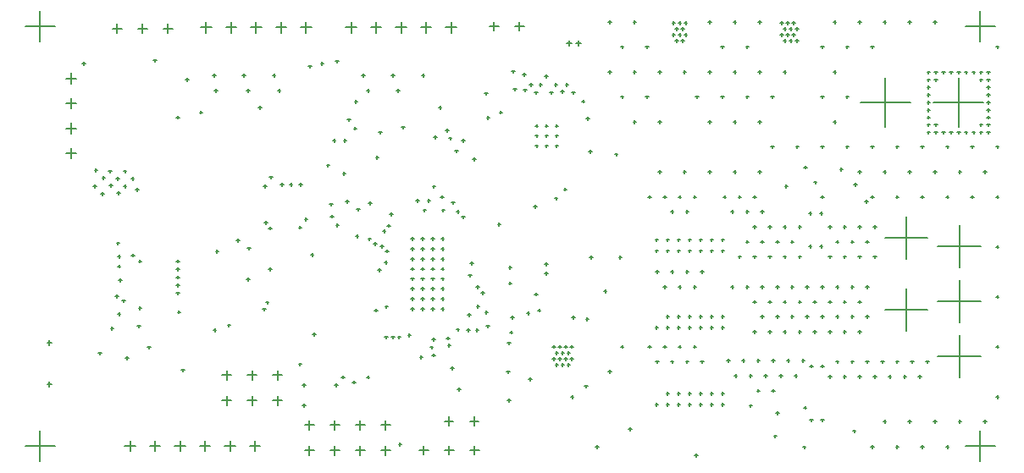
<source format=gbr>
%TF.GenerationSoftware,Altium Limited,Altium Designer,23.3.1 (30)*%
G04 Layer_Color=128*
%FSLAX45Y45*%
%MOMM*%
%TF.SameCoordinates,CD13F5F2-8DFB-4D4D-A102-87722C93DE69*%
%TF.FilePolarity,Positive*%
%TF.FileFunction,Drillmap*%
%TF.Part,Single*%
G01*
G75*
%TA.AperFunction,NonConductor*%
%ADD145C,0.12700*%
D145*
X9234020Y3740000D02*
X9729020D01*
X9481520Y3492500D02*
Y3987500D01*
X8502500Y3740000D02*
X8997500D01*
X8750000Y3492500D02*
Y3987500D01*
X3709000Y510000D02*
X3799000D01*
X3754000Y465000D02*
Y555000D01*
X2947000Y256000D02*
X3037000D01*
X2992000Y211000D02*
Y301000D01*
X3709000Y256000D02*
X3799000D01*
X3754000Y211000D02*
Y301000D01*
X3455000Y510000D02*
X3545000D01*
X3500000Y465000D02*
Y555000D01*
X3455000Y256000D02*
X3545000D01*
X3500000Y211000D02*
Y301000D01*
X3201000Y510000D02*
X3291000D01*
X3246000Y465000D02*
Y555000D01*
X3201000Y256000D02*
X3291000D01*
X3246000Y211000D02*
Y301000D01*
X2947000Y510000D02*
X3037000D01*
X2992000Y465000D02*
Y555000D01*
X2121000Y756000D02*
X2211000D01*
X2166000Y711000D02*
Y801000D01*
X2375000Y756000D02*
X2465000D01*
X2420000Y711000D02*
Y801000D01*
X2375000Y1010000D02*
X2465000D01*
X2420000Y965000D02*
Y1055000D01*
X2629000Y756000D02*
X2719000D01*
X2674000Y711000D02*
Y801000D01*
X2629000Y1010000D02*
X2719000D01*
X2674000Y965000D02*
Y1055000D01*
X2121000Y1010000D02*
X2211000D01*
X2166000Y965000D02*
Y1055000D01*
X2147500Y300000D02*
X2252500D01*
X2200000Y247500D02*
Y352500D01*
X1897500Y300000D02*
X2002500D01*
X1950000Y247500D02*
Y352500D01*
X1647500Y300000D02*
X1752500D01*
X1700000Y247500D02*
Y352500D01*
X1397500Y300000D02*
X1502500D01*
X1450000Y247500D02*
Y352500D01*
X1147500Y300000D02*
X1252500D01*
X1200000Y247500D02*
Y352500D01*
X2397500Y300000D02*
X2502500D01*
X2450000Y247500D02*
Y352500D01*
X4795000Y4500000D02*
X4885000D01*
X4840000Y4455000D02*
Y4545000D01*
X1281000Y4480000D02*
X1371000D01*
X1326000Y4435000D02*
Y4525000D01*
X1027000Y4480000D02*
X1117000D01*
X1072000Y4435000D02*
Y4525000D01*
X1535000Y4480000D02*
X1625000D01*
X1580000Y4435000D02*
Y4525000D01*
X4357500Y4490000D02*
X4462500D01*
X4410000Y4437500D02*
Y4542500D01*
X4107500Y4490000D02*
X4212500D01*
X4160000Y4437500D02*
Y4542500D01*
X3857500Y4490000D02*
X3962500D01*
X3910000Y4437500D02*
Y4542500D01*
X3607500Y4490000D02*
X3712500D01*
X3660000Y4437500D02*
Y4542500D01*
X3357500Y4490000D02*
X3462500D01*
X3410000Y4437500D02*
Y4542500D01*
X2907500Y4490000D02*
X3012500D01*
X2960000Y4437500D02*
Y4542500D01*
X2657500Y4490000D02*
X2762500D01*
X2710000Y4437500D02*
Y4542500D01*
X2407500Y4490000D02*
X2512500D01*
X2460000Y4437500D02*
Y4542500D01*
X2157500Y4490000D02*
X2262500D01*
X2210000Y4437500D02*
Y4542500D01*
X1907500Y4490000D02*
X2012500D01*
X1960000Y4437500D02*
Y4542500D01*
X9275000Y1750000D02*
X9705000D01*
X9490000Y1535000D02*
Y1965000D01*
X9275000Y1200000D02*
X9705000D01*
X9490000Y985000D02*
Y1415000D01*
X9275000Y2300000D02*
X9705000D01*
X9490000Y2085000D02*
Y2515000D01*
X8745000Y1665000D02*
X9175000D01*
X8960000Y1450000D02*
Y1880000D01*
X8745000Y2385000D02*
X9175000D01*
X8960000Y2170000D02*
Y2600000D01*
X4345000Y260000D02*
X4435000D01*
X4390000Y215000D02*
Y305000D01*
X4599000Y260000D02*
X4689000D01*
X4644000Y215000D02*
Y305000D01*
X4091000Y260000D02*
X4181000D01*
X4136000Y215000D02*
Y305000D01*
X5049000Y4500000D02*
X5139000D01*
X5094000Y4455000D02*
Y4545000D01*
X557500Y3730000D02*
X662500D01*
X610000Y3677500D02*
Y3782500D01*
X557500Y3479998D02*
X662500D01*
X610000Y3427498D02*
Y3532498D01*
X557500Y3980002D02*
X662500D01*
X610000Y3927502D02*
Y4032502D01*
X557500Y3230001D02*
X662500D01*
X610000Y3177501D02*
Y3282501D01*
X4341000Y550000D02*
X4431000D01*
X4386000Y505000D02*
Y595000D01*
X4595000Y550000D02*
X4685000D01*
X4640000Y505000D02*
Y595000D01*
X370002Y1337500D02*
X420002D01*
X395002Y1312500D02*
Y1362500D01*
X370002Y922500D02*
X420002D01*
X395002Y897500D02*
Y947500D01*
X1065000Y2330000D02*
X1095000D01*
X1080000Y2315000D02*
Y2345000D01*
X1074766Y1620235D02*
X1104766D01*
X1089766Y1605235D02*
Y1635234D01*
X1055000Y1800000D02*
X1085000D01*
X1070000Y1785000D02*
Y1815000D01*
X1085000Y1960000D02*
X1115000D01*
X1100000Y1945000D02*
Y1975000D01*
X1075000Y2100000D02*
X1105000D01*
X1090000Y2085000D02*
Y2115000D01*
X8855000Y2795000D02*
X8885000D01*
X8870000Y2780000D02*
Y2810000D01*
X9855000Y2295000D02*
X9885000D01*
X9870000Y2280000D02*
Y2310000D01*
X9730000Y545000D02*
X9760000D01*
X9745000Y530000D02*
Y560000D01*
X8980000Y4545000D02*
X9010000D01*
X8995000Y4530000D02*
Y4560000D01*
X7855000Y3295000D02*
X7885000D01*
X7870000Y3280000D02*
Y3310000D01*
X8605000Y3295000D02*
X8635000D01*
X8620000Y3280000D02*
Y3310000D01*
X7230000Y3545000D02*
X7260000D01*
X7245000Y3530000D02*
Y3560000D01*
X8730000Y4545000D02*
X8760000D01*
X8745000Y4530000D02*
Y4560000D01*
X7230000Y3045000D02*
X7260000D01*
X7245000Y3030000D02*
Y3060000D01*
X7105000Y4295000D02*
X7135000D01*
X7120000Y4280000D02*
Y4310000D01*
X9480000Y545000D02*
X9510000D01*
X9495000Y530000D02*
Y560000D01*
X8605000Y295000D02*
X8635000D01*
X8620000Y280000D02*
Y310000D01*
X6980000Y3045000D02*
X7010000D01*
X6995000Y3030000D02*
Y3060000D01*
X6855000Y3795000D02*
X6885000D01*
X6870000Y3780000D02*
Y3810000D01*
X8105000Y3295000D02*
X8135000D01*
X8120000Y3280000D02*
Y3310000D01*
X6355000Y3795000D02*
X6385000D01*
X6370000Y3780000D02*
Y3810000D01*
X6230000Y3545000D02*
X6260000D01*
X6245000Y3530000D02*
Y3560000D01*
X7480000Y3545000D02*
X7510000D01*
X7495000Y3530000D02*
Y3560000D01*
X6980000Y3545000D02*
X7010000D01*
X6995000Y3530000D02*
Y3560000D01*
X6730000Y3045000D02*
X6760000D01*
X6745000Y3030000D02*
Y3060000D01*
X6105000Y4295000D02*
X6135000D01*
X6120000Y4280000D02*
Y4310000D01*
X6105000Y3795000D02*
X6135000D01*
X6120000Y3780000D02*
Y3810000D01*
X5605000Y795000D02*
X5635000D01*
X5620000Y780000D02*
Y810000D01*
X8230000Y3545000D02*
X8260000D01*
X8245000Y3530000D02*
Y3560000D01*
X8480000Y3045000D02*
X8510000D01*
X8495000Y3030000D02*
Y3060000D01*
X9480000Y3045000D02*
X9510000D01*
X9495000Y3030000D02*
Y3060000D01*
X7105000Y3795000D02*
X7135000D01*
X7120000Y3780000D02*
Y3810000D01*
X7605000Y3295000D02*
X7635000D01*
X7620000Y3280000D02*
Y3310000D01*
X8605000Y4295000D02*
X8635000D01*
X8620000Y4280000D02*
Y4310000D01*
X8105000Y4295000D02*
X8135000D01*
X8120000Y4280000D02*
Y4310000D01*
X7230000Y4545000D02*
X7260000D01*
X7245000Y4530000D02*
Y4560000D01*
X8105000Y3795000D02*
X8135000D01*
X8120000Y3780000D02*
Y3810000D01*
X9855000Y1795000D02*
X9885000D01*
X9870000Y1780000D02*
Y1810000D01*
X9855000Y1295000D02*
X9885000D01*
X9870000Y1280000D02*
Y1310000D01*
X8355000Y3295000D02*
X8385000D01*
X8370000Y3280000D02*
Y3310000D01*
X9230000Y4545000D02*
X9260000D01*
X9245000Y4530000D02*
Y4560000D01*
X7480000Y4045000D02*
X7510000D01*
X7495000Y4030000D02*
Y4060000D01*
X9105000Y3295000D02*
X9135000D01*
X9120000Y3280000D02*
Y3310000D01*
X6980000Y4045000D02*
X7010000D01*
X6995000Y4030000D02*
Y4060000D01*
X6230000Y4045000D02*
X6260000D01*
X6245000Y4030000D02*
Y4060000D01*
X5980000Y4045000D02*
X6010000D01*
X5995000Y4030000D02*
Y4060000D01*
X9605000Y2795000D02*
X9635000D01*
X9620000Y2780000D02*
Y2810000D01*
X8730000Y3045000D02*
X8760000D01*
X8745000Y3030000D02*
Y3060000D01*
X9230000Y3045000D02*
X9260000D01*
X9245000Y3030000D02*
Y3060000D01*
X8230000Y4045000D02*
X8260000D01*
X8245000Y4030000D02*
Y4060000D01*
X9730000Y3045000D02*
X9760000D01*
X9745000Y3030000D02*
Y3060000D01*
X6480000Y3045000D02*
X6510000D01*
X6495000Y3030000D02*
Y3060000D01*
X7355000Y4295000D02*
X7385000D01*
X7370000Y4280000D02*
Y4310000D01*
X9105000Y2795000D02*
X9135000D01*
X9120000Y2780000D02*
Y2810000D01*
X5855000Y295000D02*
X5885000D01*
X5870000Y280000D02*
Y310000D01*
X6480000Y3545000D02*
X6510000D01*
X6495000Y3530000D02*
Y3560000D01*
X7480000Y4545000D02*
X7510000D01*
X7495000Y4530000D02*
Y4560000D01*
X8355000Y4295000D02*
X8385000D01*
X8370000Y4280000D02*
Y4310000D01*
X8855000Y3295000D02*
X8885000D01*
X8870000Y3280000D02*
Y3310000D01*
X8730000Y545000D02*
X8760000D01*
X8745000Y530000D02*
Y560000D01*
X7355000Y3795000D02*
X7385000D01*
X7370000Y3780000D02*
Y3810000D01*
X8480000Y4545000D02*
X8510000D01*
X8495000Y4530000D02*
Y4560000D01*
X6355000Y4295000D02*
X6385000D01*
X6370000Y4280000D02*
Y4310000D01*
X9355000Y295000D02*
X9385000D01*
X9370000Y280000D02*
Y310000D01*
X9105000Y295000D02*
X9135000D01*
X9120000Y280000D02*
Y310000D01*
X9605000Y3295000D02*
X9635000D01*
X9620000Y3280000D02*
Y3310000D01*
X9230000Y545000D02*
X9260000D01*
X9245000Y530000D02*
Y560000D01*
X8105000Y2795000D02*
X8135000D01*
X8120000Y2780000D02*
Y2810000D01*
X6105000Y1295000D02*
X6135000D01*
X6120000Y1280000D02*
Y1310000D01*
X8355000Y3795000D02*
X8385000D01*
X8370000Y3780000D02*
Y3810000D01*
X8980000Y545000D02*
X9010000D01*
X8995000Y530000D02*
Y560000D01*
X6230000Y4545000D02*
X6260000D01*
X6245000Y4530000D02*
Y4560000D01*
X9855000Y4295000D02*
X9885000D01*
X9870000Y4280000D02*
Y4310000D01*
X8855000Y295000D02*
X8885000D01*
X8870000Y280000D02*
Y310000D01*
X5980000Y1045000D02*
X6010000D01*
X5995000Y1030000D02*
Y1060000D01*
X9855000Y3295000D02*
X9885000D01*
X9870000Y3280000D02*
Y3310000D01*
X9855000Y2795000D02*
X9885000D01*
X9870000Y2780000D02*
Y2810000D01*
X9855000Y795000D02*
X9885000D01*
X9870000Y780000D02*
Y810000D01*
X9355000Y2795000D02*
X9385000D01*
X9370000Y2780000D02*
Y2810000D01*
X6730000Y4045000D02*
X6760000D01*
X6745000Y4030000D02*
Y4060000D01*
X9355000Y3295000D02*
X9385000D01*
X9370000Y3280000D02*
Y3310000D01*
X7230000Y4045000D02*
X7260000D01*
X7245000Y4030000D02*
Y4060000D01*
X6480000Y4045000D02*
X6510000D01*
X6495000Y4030000D02*
Y4060000D01*
X6980000Y4545000D02*
X7010000D01*
X6995000Y4530000D02*
Y4560000D01*
X5980000Y4545000D02*
X6010000D01*
X5995000Y4530000D02*
Y4560000D01*
X8605000Y2795000D02*
X8635000D01*
X8620000Y2780000D02*
Y2810000D01*
X7605000Y3795000D02*
X7635000D01*
X7620000Y3780000D02*
Y3810000D01*
X8980000Y3045000D02*
X9010000D01*
X8995000Y3030000D02*
Y3060000D01*
X8230000Y4545000D02*
X8260000D01*
X8245000Y4530000D02*
Y4560000D01*
X7480000Y3045000D02*
X7510000D01*
X7495000Y3030000D02*
Y3060000D01*
X7730000Y4045000D02*
X7760000D01*
X7745000Y4030000D02*
Y4060000D01*
X9692516Y3515007D02*
X9722516D01*
X9707516Y3500007D02*
Y3530007D01*
X9767516Y3515007D02*
X9797516D01*
X9782516Y3500007D02*
Y3530007D01*
X9767516Y3590007D02*
X9797516D01*
X9782516Y3575007D02*
Y3605007D01*
X9767516Y4040008D02*
X9797516D01*
X9782516Y4025008D02*
Y4055008D01*
X9767516Y3965008D02*
X9797516D01*
X9782516Y3950008D02*
Y3980008D01*
X9767516Y3890007D02*
X9797516D01*
X9782516Y3875007D02*
Y3905007D01*
X9767516Y3815007D02*
X9797516D01*
X9782516Y3800007D02*
Y3830007D01*
X9767516Y3740007D02*
X9797516D01*
X9782516Y3725007D02*
Y3755007D01*
X9767516Y3665007D02*
X9797516D01*
X9782516Y3650007D02*
Y3680007D01*
X9767516Y3440007D02*
X9797516D01*
X9782516Y3425007D02*
Y3455007D01*
X9692516Y4040008D02*
X9722516D01*
X9707516Y4025008D02*
Y4055008D01*
X9692516Y3965008D02*
X9722516D01*
X9707516Y3950008D02*
Y3980008D01*
X9692516Y3440007D02*
X9722516D01*
X9707516Y3425007D02*
Y3455007D01*
X9617516Y4040008D02*
X9647516D01*
X9632516Y4025008D02*
Y4055008D01*
X9617516Y3440007D02*
X9647516D01*
X9632516Y3425007D02*
Y3455007D01*
X9542516Y4040008D02*
X9572516D01*
X9557516Y4025008D02*
Y4055008D01*
X9542516Y3440007D02*
X9572516D01*
X9557516Y3425007D02*
Y3455007D01*
X9467516Y4040008D02*
X9497516D01*
X9482516Y4025008D02*
Y4055008D01*
X9467516Y3440007D02*
X9497516D01*
X9482516Y3425007D02*
Y3455007D01*
X9392516Y4040008D02*
X9422516D01*
X9407516Y4025008D02*
Y4055008D01*
X9392516Y3440007D02*
X9422516D01*
X9407516Y3425007D02*
Y3455007D01*
X9317516Y4040008D02*
X9347515D01*
X9332515Y4025008D02*
Y4055008D01*
X9317516Y3440007D02*
X9347515D01*
X9332515Y3425007D02*
Y3455007D01*
X9242515Y4040008D02*
X9272515D01*
X9257515Y4025008D02*
Y4055008D01*
X9242515Y3965008D02*
X9272515D01*
X9257515Y3950008D02*
Y3980008D01*
X9242515Y3515007D02*
X9272515D01*
X9257515Y3500007D02*
Y3530007D01*
X9242515Y3440007D02*
X9272515D01*
X9257515Y3425007D02*
Y3455007D01*
X9167515Y4040008D02*
X9197515D01*
X9182515Y4025008D02*
Y4055008D01*
X9167515Y3965008D02*
X9197515D01*
X9182515Y3950008D02*
Y3980008D01*
X9167515Y3890007D02*
X9197515D01*
X9182515Y3875007D02*
Y3905007D01*
X9167515Y3815007D02*
X9197515D01*
X9182515Y3800007D02*
Y3830007D01*
X9167515Y3740007D02*
X9197515D01*
X9182515Y3725007D02*
Y3755007D01*
X9167515Y3665007D02*
X9197515D01*
X9182515Y3650007D02*
Y3680007D01*
X9167515Y3590007D02*
X9197515D01*
X9182515Y3575007D02*
Y3605007D01*
X9167515Y3515007D02*
X9197515D01*
X9182515Y3500007D02*
Y3530007D01*
X9167515Y3440007D02*
X9197515D01*
X9182515Y3425007D02*
Y3455007D01*
X7110003Y2365001D02*
X7140003D01*
X7125003Y2350001D02*
Y2380001D01*
X7110003Y2255001D02*
X7140003D01*
X7125003Y2240001D02*
Y2270001D01*
X7110003Y1595001D02*
X7140003D01*
X7125003Y1580001D02*
Y1610001D01*
X7110003Y1485001D02*
X7140003D01*
X7125003Y1470001D02*
Y1500001D01*
X7110003Y825001D02*
X7140003D01*
X7125003Y810001D02*
Y840001D01*
X7110003Y715001D02*
X7140003D01*
X7125003Y700001D02*
Y730001D01*
X7000003Y2365001D02*
X7030003D01*
X7015003Y2350001D02*
Y2380001D01*
X7000003Y2255001D02*
X7030003D01*
X7015003Y2240001D02*
Y2270001D01*
X7000003Y1595001D02*
X7030003D01*
X7015003Y1580001D02*
Y1610001D01*
X7000003Y1485001D02*
X7030003D01*
X7015003Y1470001D02*
Y1500001D01*
X7000003Y825001D02*
X7030003D01*
X7015003Y810001D02*
Y840001D01*
X7000003Y715001D02*
X7030003D01*
X7015003Y700001D02*
Y730001D01*
X6890003Y2365001D02*
X6920003D01*
X6905003Y2350001D02*
Y2380001D01*
X6890003Y2255001D02*
X6920003D01*
X6905003Y2240001D02*
Y2270001D01*
X6890003Y1595001D02*
X6920003D01*
X6905003Y1580001D02*
Y1610001D01*
X6890003Y1485001D02*
X6920003D01*
X6905003Y1470001D02*
Y1500001D01*
X6890003Y825001D02*
X6920003D01*
X6905003Y810001D02*
Y840001D01*
X6890003Y715001D02*
X6920003D01*
X6905003Y700001D02*
Y730001D01*
X6780003Y2365001D02*
X6810003D01*
X6795003Y2350001D02*
Y2380001D01*
X6780003Y2255001D02*
X6810003D01*
X6795003Y2240001D02*
Y2270001D01*
X6780003Y1595001D02*
X6810003D01*
X6795003Y1580001D02*
Y1610001D01*
X6780003Y1485001D02*
X6810003D01*
X6795003Y1470001D02*
Y1500001D01*
X6780003Y825001D02*
X6810003D01*
X6795003Y810001D02*
Y840001D01*
X6780003Y715001D02*
X6810003D01*
X6795003Y700001D02*
Y730001D01*
X6670003Y2365001D02*
X6700003D01*
X6685003Y2350001D02*
Y2380001D01*
X6670003Y2255001D02*
X6700003D01*
X6685003Y2240001D02*
Y2270001D01*
X6670003Y1595001D02*
X6700003D01*
X6685003Y1580001D02*
Y1610001D01*
X6670003Y1485001D02*
X6700003D01*
X6685003Y1470001D02*
Y1500001D01*
X6670003Y825001D02*
X6700003D01*
X6685003Y810001D02*
Y840001D01*
X6670003Y715001D02*
X6700003D01*
X6685003Y700001D02*
Y730001D01*
X6560003Y2365001D02*
X6590003D01*
X6575003Y2350001D02*
Y2380001D01*
X6560003Y2255001D02*
X6590003D01*
X6575003Y2240001D02*
Y2270001D01*
X6560003Y1595001D02*
X6590003D01*
X6575003Y1580001D02*
Y1610001D01*
X6560003Y1485001D02*
X6590003D01*
X6575003Y1470001D02*
Y1500001D01*
X6560003Y825001D02*
X6590003D01*
X6575003Y810001D02*
Y840001D01*
X6560003Y715001D02*
X6590003D01*
X6575003Y700001D02*
Y730001D01*
X6450003Y2365001D02*
X6480003D01*
X6465003Y2350001D02*
Y2380001D01*
X6450003Y2255001D02*
X6480003D01*
X6465003Y2240001D02*
Y2270001D01*
X6450003Y1485001D02*
X6480003D01*
X6465003Y1470001D02*
Y1500001D01*
X6450003Y715001D02*
X6480003D01*
X6465003Y700001D02*
Y730001D01*
X9154996Y1144999D02*
X9184996D01*
X9169996Y1129999D02*
Y1159999D01*
X9079997Y994999D02*
X9109997D01*
X9094997Y979999D02*
Y1009999D01*
X9004996Y1144999D02*
X9034996D01*
X9019996Y1129999D02*
Y1159999D01*
X8929997Y994999D02*
X8959997D01*
X8944997Y979999D02*
Y1009999D01*
X8854997Y1144999D02*
X8884996D01*
X8869996Y1129999D02*
Y1159999D01*
X8779997Y994999D02*
X8809997D01*
X8794997Y979999D02*
Y1009999D01*
X8704997Y1144999D02*
X8734996D01*
X8719997Y1129999D02*
Y1159999D01*
X8629997Y994999D02*
X8659997D01*
X8644997Y979999D02*
Y1009999D01*
X8554997Y1144999D02*
X8584997D01*
X8569997Y1129999D02*
Y1159999D01*
X8479997Y994999D02*
X8509997D01*
X8494997Y979999D02*
Y1009999D01*
X8404997Y1144999D02*
X8434997D01*
X8419997Y1129999D02*
Y1159999D01*
X8329997Y994999D02*
X8359997D01*
X8344997Y979999D02*
Y1009999D01*
X8254997Y1144999D02*
X8284997D01*
X8269997Y1129999D02*
Y1159999D01*
X8179997Y994999D02*
X8209997D01*
X8194997Y979999D02*
Y1009999D01*
X7914997Y1154999D02*
X7944997D01*
X7929997Y1139999D02*
Y1169999D01*
X7839997Y1004999D02*
X7869997D01*
X7854997Y989999D02*
Y1019999D01*
X7764997Y1154999D02*
X7794997D01*
X7779997Y1139999D02*
Y1169999D01*
X7689997Y1004999D02*
X7719997D01*
X7704997Y989999D02*
Y1019999D01*
X7614997Y1154999D02*
X7644997D01*
X7629997Y1139999D02*
Y1169999D01*
X7539997Y1004999D02*
X7569997D01*
X7554997Y989999D02*
Y1019999D01*
X7614997Y854999D02*
X7644997D01*
X7629997Y839999D02*
Y869999D01*
X7464997Y1154999D02*
X7494997D01*
X7479997Y1139999D02*
Y1169999D01*
X7389997Y1004999D02*
X7419997D01*
X7404997Y989999D02*
Y1019999D01*
X7464997Y854999D02*
X7494997D01*
X7479997Y839999D02*
Y869999D01*
X7389997Y704999D02*
X7419997D01*
X7404997Y689999D02*
Y719999D01*
X7314997Y1154999D02*
X7344997D01*
X7329997Y1139999D02*
Y1169999D01*
X7239997Y1004999D02*
X7269997D01*
X7254997Y989999D02*
Y1019999D01*
X7164997Y1154999D02*
X7194997D01*
X7179997Y1139999D02*
Y1169999D01*
X8554997Y1894999D02*
X8584997D01*
X8569997Y1879999D02*
Y1909999D01*
X8479997Y1744999D02*
X8509997D01*
X8494997Y1729999D02*
Y1759999D01*
X8554997Y1594999D02*
X8584997D01*
X8569997Y1579999D02*
Y1609999D01*
X8479997Y1444999D02*
X8509997D01*
X8494997Y1429999D02*
Y1459999D01*
X8404997Y1894999D02*
X8434997D01*
X8419997Y1879999D02*
Y1909999D01*
X8329997Y1744999D02*
X8359997D01*
X8344997Y1729999D02*
Y1759999D01*
X8404997Y1594999D02*
X8434997D01*
X8419997Y1579999D02*
Y1609999D01*
X8329997Y1444999D02*
X8359997D01*
X8344997Y1429999D02*
Y1459999D01*
X8254997Y1894999D02*
X8284997D01*
X8269997Y1879999D02*
Y1909999D01*
X8179997Y1744999D02*
X8209997D01*
X8194997Y1729999D02*
Y1759999D01*
X8254997Y1594999D02*
X8284997D01*
X8269997Y1579999D02*
Y1609999D01*
X8179997Y1444999D02*
X8209997D01*
X8194997Y1429999D02*
Y1459999D01*
X8104997Y1894999D02*
X8134997D01*
X8119997Y1879999D02*
Y1909999D01*
X8029997Y1744999D02*
X8059997D01*
X8044997Y1729999D02*
Y1759999D01*
X8104997Y1594999D02*
X8134997D01*
X8119997Y1579999D02*
Y1609999D01*
X8029997Y1444999D02*
X8059997D01*
X8044997Y1429999D02*
Y1459999D01*
X7954997Y1894999D02*
X7984997D01*
X7969997Y1879999D02*
Y1909999D01*
X7879997Y1744999D02*
X7909997D01*
X7894997Y1729999D02*
Y1759999D01*
X7954997Y1594999D02*
X7984997D01*
X7969997Y1579999D02*
Y1609999D01*
X7879997Y1444999D02*
X7909997D01*
X7894997Y1429999D02*
Y1459999D01*
X7804997Y1894999D02*
X7834997D01*
X7819997Y1879999D02*
Y1909999D01*
X7729997Y1744999D02*
X7759997D01*
X7744997Y1729999D02*
Y1759999D01*
X7804997Y1594999D02*
X7834997D01*
X7819997Y1579999D02*
Y1609999D01*
X7729997Y1444999D02*
X7759997D01*
X7744997Y1429999D02*
Y1459999D01*
X7654997Y1894999D02*
X7684997D01*
X7669997Y1879999D02*
Y1909999D01*
X7579997Y1744999D02*
X7609997D01*
X7594997Y1729999D02*
Y1759999D01*
X7654997Y1594999D02*
X7684997D01*
X7669997Y1579999D02*
Y1609999D01*
X7579997Y1444999D02*
X7609997D01*
X7594997Y1429999D02*
Y1459999D01*
X7504997Y1894999D02*
X7534997D01*
X7519997Y1879999D02*
Y1909999D01*
X7429997Y1744999D02*
X7459997D01*
X7444997Y1729999D02*
Y1759999D01*
X7504997Y1594999D02*
X7534997D01*
X7519997Y1579999D02*
Y1609999D01*
X7429997Y1444999D02*
X7459997D01*
X7444997Y1429999D02*
Y1459999D01*
X7354997Y1894999D02*
X7384997D01*
X7369997Y1879999D02*
Y1909999D01*
X7204997Y1894999D02*
X7234997D01*
X7219997Y1879999D02*
Y1909999D01*
X8629997Y2494999D02*
X8659997D01*
X8644997Y2479999D02*
Y2509999D01*
X8629997Y2194999D02*
X8659997D01*
X8644997Y2179999D02*
Y2209999D01*
X8479997Y2494999D02*
X8509997D01*
X8494997Y2479999D02*
Y2509999D01*
X8554997Y2344999D02*
X8584997D01*
X8569997Y2329999D02*
Y2359999D01*
X8479997Y2194999D02*
X8509997D01*
X8494997Y2179999D02*
Y2209999D01*
X8329997Y2494999D02*
X8359997D01*
X8344997Y2479999D02*
Y2509999D01*
X8404997Y2344999D02*
X8434997D01*
X8419997Y2329999D02*
Y2359999D01*
X8329997Y2194999D02*
X8359997D01*
X8344997Y2179999D02*
Y2209999D01*
X8179997Y2494999D02*
X8209997D01*
X8194997Y2479999D02*
Y2509999D01*
X8254997Y2344999D02*
X8284997D01*
X8269997Y2329999D02*
Y2359999D01*
X8179997Y2194999D02*
X8209997D01*
X8194997Y2179999D02*
Y2209999D01*
X7879997Y2494999D02*
X7909997D01*
X7894997Y2479999D02*
Y2509999D01*
X7879997Y2194999D02*
X7909997D01*
X7894997Y2179999D02*
Y2209999D01*
X7729997Y2494999D02*
X7759997D01*
X7744997Y2479999D02*
Y2509999D01*
X7804997Y2344999D02*
X7834997D01*
X7819997Y2329999D02*
Y2359999D01*
X7729997Y2194999D02*
X7759997D01*
X7744997Y2179999D02*
Y2209999D01*
X7579997Y2494999D02*
X7609997D01*
X7594997Y2479999D02*
Y2509999D01*
X7654997Y2344999D02*
X7684997D01*
X7669997Y2329999D02*
Y2359999D01*
X7579997Y2194999D02*
X7609997D01*
X7594997Y2179999D02*
Y2209999D01*
X7429997Y2794998D02*
X7459997D01*
X7444997Y2779999D02*
Y2809998D01*
X7504997Y2644999D02*
X7534997D01*
X7519997Y2629999D02*
Y2659998D01*
X7429997Y2494999D02*
X7459997D01*
X7444997Y2479999D02*
Y2509999D01*
X7504997Y2344999D02*
X7534997D01*
X7519997Y2329999D02*
Y2359999D01*
X7429997Y2194999D02*
X7459997D01*
X7444997Y2179999D02*
Y2209999D01*
X7279997Y2794998D02*
X7309997D01*
X7294997Y2779999D02*
Y2809998D01*
X7354997Y2644999D02*
X7384997D01*
X7369997Y2629999D02*
Y2659998D01*
X7354997Y2344999D02*
X7384997D01*
X7369997Y2329999D02*
Y2359999D01*
X7279997Y2194999D02*
X7309997D01*
X7294997Y2179999D02*
Y2209999D01*
X7129997Y2794998D02*
X7159997D01*
X7144997Y2779999D02*
Y2809998D01*
X7204997Y2644999D02*
X7234997D01*
X7219997Y2629999D02*
Y2659998D01*
X6829997Y2794998D02*
X6859997D01*
X6844997Y2779999D02*
Y2809998D01*
X6904997Y2044999D02*
X6934997D01*
X6919997Y2029999D02*
Y2059999D01*
X6829997Y1894999D02*
X6859997D01*
X6844997Y1879999D02*
Y1909999D01*
X6829997Y1294999D02*
X6859997D01*
X6844997Y1279999D02*
Y1309999D01*
X6904997Y1144999D02*
X6934997D01*
X6919997Y1129999D02*
Y1159999D01*
X6679997Y2794998D02*
X6709997D01*
X6694997Y2779999D02*
Y2809998D01*
X6754997Y2644999D02*
X6784997D01*
X6769997Y2629999D02*
Y2659998D01*
X6754997Y2044999D02*
X6784997D01*
X6769997Y2029999D02*
Y2059999D01*
X6679997Y1894999D02*
X6709997D01*
X6694997Y1879999D02*
Y1909999D01*
X6679997Y1294999D02*
X6709997D01*
X6694997Y1279999D02*
Y1309999D01*
X6754997Y1144999D02*
X6784997D01*
X6769997Y1129999D02*
Y1159999D01*
X6529997Y2794998D02*
X6559997D01*
X6544997Y2779999D02*
Y2809998D01*
X6604997Y2644999D02*
X6634997D01*
X6619997Y2629999D02*
Y2659998D01*
X6604997Y2044999D02*
X6634997D01*
X6619997Y2029999D02*
Y2059999D01*
X6529997Y1894999D02*
X6559997D01*
X6544997Y1879999D02*
Y1909999D01*
X6529997Y1294999D02*
X6559997D01*
X6544997Y1279999D02*
Y1309999D01*
X6604997Y1144999D02*
X6634997D01*
X6619997Y1129999D02*
Y1159999D01*
X6379997Y2794998D02*
X6409997D01*
X6394997Y2779999D02*
Y2809998D01*
X6454997Y2044999D02*
X6484997D01*
X6469997Y2029999D02*
Y2059999D01*
X6379997Y1294999D02*
X6409997D01*
X6394997Y1279999D02*
Y1309999D01*
X6454997Y1144999D02*
X6484997D01*
X6469997Y1129999D02*
Y1159999D01*
X1755000Y3970000D02*
X1785000D01*
X1770000Y3955000D02*
Y3985000D01*
X725000Y4130000D02*
X755000D01*
X740000Y4115000D02*
Y4145000D01*
X1215000Y2210000D02*
X1245000D01*
X1230000Y2195000D02*
Y2225000D01*
X1119763Y1755231D02*
X1149763D01*
X1134763Y1740231D02*
Y1770231D01*
X1285000Y2150000D02*
X1315000D01*
X1300000Y2135000D02*
Y2165000D01*
X1075000Y2200000D02*
X1105000D01*
X1090000Y2185000D02*
Y2215000D01*
X995000Y2910000D02*
X1025000D01*
X1010000Y2895000D02*
Y2925000D01*
X1070235Y2835235D02*
X1100235D01*
X1085235Y2820235D02*
Y2850235D01*
X845235Y3060235D02*
X875235D01*
X860235Y3045235D02*
Y3075235D01*
X920235Y2985235D02*
X950235D01*
X935235Y2970235D02*
Y3000235D01*
X910000Y2825000D02*
X940000D01*
X925000Y2810000D02*
Y2840000D01*
X835000Y2900000D02*
X865000D01*
X850000Y2885000D02*
Y2915000D01*
X1665000Y1990000D02*
X1695000D01*
X1680000Y1975000D02*
Y2005000D01*
X1435000Y4160000D02*
X1465000D01*
X1450000Y4145000D02*
Y4175000D01*
X1895000Y3640000D02*
X1925000D01*
X1910000Y3625000D02*
Y3655000D01*
X1135000Y3050000D02*
X1165000D01*
X1150000Y3035000D02*
Y3065000D01*
X1060000Y2975000D02*
X1090000D01*
X1075000Y2960000D02*
Y2990000D01*
X1254999Y2865000D02*
X1284999D01*
X1269999Y2850000D02*
Y2880000D01*
X1135000Y2900000D02*
X1165000D01*
X1150000Y2885000D02*
Y2915000D01*
X1210000Y2975000D02*
X1240000D01*
X1225000Y2960000D02*
Y2990000D01*
X985000Y3050000D02*
X1015000D01*
X1000000Y3035000D02*
Y3065000D01*
X1665000Y3590000D02*
X1695000D01*
X1680000Y3575000D02*
Y3605000D01*
X3580352Y2373051D02*
X3610352D01*
X3595352Y2358051D02*
Y2388051D01*
X4310003Y2375002D02*
X4340003D01*
X4325003Y2360002D02*
Y2390002D01*
X4310003Y2275002D02*
X4340003D01*
X4325003Y2260002D02*
Y2290002D01*
X4310003Y2175002D02*
X4340003D01*
X4325003Y2160002D02*
Y2190002D01*
X4310003Y2075002D02*
X4340003D01*
X4325003Y2060002D02*
Y2090002D01*
X4310003Y1975002D02*
X4340003D01*
X4325003Y1960002D02*
Y1990002D01*
X4310003Y1875002D02*
X4340003D01*
X4325003Y1860002D02*
Y1890002D01*
X4310003Y1775002D02*
X4340003D01*
X4325003Y1760002D02*
Y1790002D01*
X4310003Y1675002D02*
X4340003D01*
X4325003Y1660002D02*
Y1690002D01*
X4210003Y2375002D02*
X4240003D01*
X4225003Y2360002D02*
Y2390002D01*
X4210003Y2275002D02*
X4240003D01*
X4225003Y2260002D02*
Y2290002D01*
X4210003Y2175002D02*
X4240003D01*
X4225003Y2160002D02*
Y2190002D01*
X4210003Y2075002D02*
X4240003D01*
X4225003Y2060002D02*
Y2090002D01*
X4210003Y1975002D02*
X4240003D01*
X4225003Y1960002D02*
Y1990002D01*
X4210003Y1875002D02*
X4240003D01*
X4225003Y1860002D02*
Y1890002D01*
X4210003Y1775002D02*
X4240003D01*
X4225003Y1760002D02*
Y1790002D01*
X4210003Y1675002D02*
X4240003D01*
X4225003Y1660002D02*
Y1690002D01*
X4110003Y2375002D02*
X4140003D01*
X4125003Y2360002D02*
Y2390002D01*
X4110003Y2275002D02*
X4140003D01*
X4125003Y2260002D02*
Y2290002D01*
X4110003Y2175002D02*
X4140003D01*
X4125003Y2160002D02*
Y2190002D01*
X4110003Y2075002D02*
X4140003D01*
X4125003Y2060002D02*
Y2090002D01*
X4110003Y1975002D02*
X4140003D01*
X4125003Y1960002D02*
Y1990002D01*
X4110003Y1875002D02*
X4140003D01*
X4125003Y1860002D02*
Y1890002D01*
X4110003Y1775002D02*
X4140003D01*
X4125003Y1760002D02*
Y1790002D01*
X4110003Y1675002D02*
X4140003D01*
X4125003Y1660002D02*
Y1690002D01*
X4010003Y2375002D02*
X4040003D01*
X4025003Y2360002D02*
Y2390002D01*
X4010003Y2275002D02*
X4040003D01*
X4025003Y2260002D02*
Y2290002D01*
X4010003Y2175002D02*
X4040003D01*
X4025003Y2160002D02*
Y2190002D01*
X4010003Y2075002D02*
X4040003D01*
X4025003Y2060002D02*
Y2090002D01*
X4010003Y1975002D02*
X4040003D01*
X4025003Y1960002D02*
Y1990002D01*
X4010003Y1875002D02*
X4040003D01*
X4025003Y1860002D02*
Y1890002D01*
X4010003Y1775002D02*
X4040003D01*
X4025003Y1760002D02*
Y1790002D01*
X4010003Y1675002D02*
X4040003D01*
X4025003Y1660002D02*
Y1690002D01*
X5450004Y3505003D02*
X5480004D01*
X5465004Y3490003D02*
Y3520003D01*
X5450004Y3405003D02*
X5480004D01*
X5465004Y3390003D02*
Y3420003D01*
X5450004Y3305003D02*
X5480004D01*
X5465004Y3290003D02*
Y3320003D01*
X5350004Y3505003D02*
X5380004D01*
X5365004Y3490003D02*
Y3520003D01*
X5350004Y3405003D02*
X5380004D01*
X5365004Y3390003D02*
Y3420003D01*
X5350004Y3305003D02*
X5380004D01*
X5365004Y3290003D02*
Y3320003D01*
X5250004Y3505003D02*
X5280004D01*
X5265004Y3490003D02*
Y3520003D01*
X5250004Y3405003D02*
X5280004D01*
X5265004Y3390003D02*
Y3420003D01*
X5250004Y3305003D02*
X5280004D01*
X5265004Y3290003D02*
Y3320003D01*
X5599985Y1294994D02*
X5629985D01*
X5614985Y1279994D02*
Y1309994D01*
X5599985Y1174994D02*
X5629985D01*
X5614985Y1159994D02*
Y1189994D01*
X5539985Y1294994D02*
X5569985D01*
X5554985Y1279994D02*
Y1309994D01*
X5569985Y1234994D02*
X5599985D01*
X5584985Y1219994D02*
Y1249994D01*
X5539985Y1174994D02*
X5569985D01*
X5554985Y1159994D02*
Y1189994D01*
X5569985Y1114994D02*
X5599985D01*
X5584985Y1099994D02*
Y1129994D01*
X5479985Y1294994D02*
X5509985D01*
X5494985Y1279994D02*
Y1309994D01*
X5509985Y1234994D02*
X5539985D01*
X5524985Y1219994D02*
Y1249994D01*
X5479985Y1174994D02*
X5509985D01*
X5494985Y1159994D02*
Y1189994D01*
X5509985Y1114994D02*
X5539985D01*
X5524985Y1099994D02*
Y1129994D01*
X5419985Y1294994D02*
X5449985D01*
X5434985Y1279994D02*
Y1309994D01*
X5449985Y1234994D02*
X5479985D01*
X5464985Y1219994D02*
Y1249994D01*
X5419985Y1174994D02*
X5449985D01*
X5434985Y1159994D02*
Y1189994D01*
X5449985Y1114994D02*
X5479985D01*
X5464985Y1099994D02*
Y1129994D01*
X7819980Y4534987D02*
X7849980D01*
X7834980Y4519987D02*
Y4549987D01*
X7849980Y4474987D02*
X7879980D01*
X7864980Y4459988D02*
Y4489987D01*
X7819980Y4414988D02*
X7849980D01*
X7834980Y4399988D02*
Y4429988D01*
X7849980Y4354988D02*
X7879980D01*
X7864980Y4339988D02*
Y4369988D01*
X7759980Y4534987D02*
X7789980D01*
X7774980Y4519987D02*
Y4549987D01*
X7789980Y4474987D02*
X7819980D01*
X7804980Y4459988D02*
Y4489987D01*
X7759980Y4414988D02*
X7789980D01*
X7774980Y4399988D02*
Y4429988D01*
X7789980Y4354988D02*
X7819980D01*
X7804980Y4339988D02*
Y4369988D01*
X7699981Y4534987D02*
X7729980D01*
X7714981Y4519987D02*
Y4549987D01*
X7729980Y4474987D02*
X7759980D01*
X7744980Y4459988D02*
Y4489987D01*
X7699981Y4414988D02*
X7729980D01*
X7714981Y4399988D02*
Y4429988D01*
X7729980Y4354988D02*
X7759980D01*
X7744980Y4339988D02*
Y4369988D01*
X6739982Y4534987D02*
X6769982D01*
X6754982Y4519987D02*
Y4549987D01*
X6739982Y4414988D02*
X6769982D01*
X6754982Y4399988D02*
Y4429988D01*
X6679983Y4534987D02*
X6709983D01*
X6694983Y4519987D02*
Y4549987D01*
X6709983Y4474987D02*
X6739982D01*
X6724982Y4459988D02*
Y4489987D01*
X6679983Y4414988D02*
X6709983D01*
X6694983Y4399988D02*
Y4429988D01*
X6709983Y4354988D02*
X6739982D01*
X6724982Y4339988D02*
Y4369988D01*
X6619983Y4534987D02*
X6649983D01*
X6634983Y4519987D02*
Y4549987D01*
X6649983Y4474987D02*
X6679983D01*
X6664983Y4459988D02*
Y4489987D01*
X6619983Y4414988D02*
X6649983D01*
X6634983Y4399988D02*
Y4429988D01*
X6649983Y4354988D02*
X6679983D01*
X6664983Y4339988D02*
Y4369988D01*
X4974484Y1330503D02*
X5004484D01*
X4989484Y1315503D02*
Y1345503D01*
X5755000Y1570000D02*
X5785000D01*
X5770000Y1555000D02*
Y1585000D01*
X5615000Y1590000D02*
X5645000D01*
X5630000Y1575000D02*
Y1605000D01*
X5275000Y1660000D02*
X5305000D01*
X5290000Y1645000D02*
Y1675000D01*
X5165000Y1630000D02*
X5195000D01*
X5180000Y1615000D02*
Y1645000D01*
X5445000Y2780000D02*
X5475000D01*
X5460000Y2765000D02*
Y2795000D01*
X5535000Y2870000D02*
X5565000D01*
X5550000Y2855000D02*
Y2885000D01*
X5235000Y2700000D02*
X5265000D01*
X5250000Y2685000D02*
Y2715000D01*
X4626906Y3174122D02*
X4656906D01*
X4641906Y3159122D02*
Y3189122D01*
X3885000Y320000D02*
X3915000D01*
X3900000Y305000D02*
Y335000D01*
X3565000Y990000D02*
X3595000D01*
X3580000Y975000D02*
Y1005000D01*
X1155000Y1180000D02*
X1185000D01*
X1170000Y1165000D02*
Y1195000D01*
X2055000Y2250000D02*
X2085000D01*
X2070000Y2235000D02*
Y2265000D01*
X6185000Y470000D02*
X6215000D01*
X6200000Y455000D02*
Y485000D01*
X5655000Y4330000D02*
X5705000D01*
X5680000Y4305000D02*
Y4355000D01*
X5565000Y4330000D02*
X5615000D01*
X5590000Y4305000D02*
Y4355000D01*
X7635000Y400000D02*
X7665000D01*
X7650000Y385000D02*
Y415000D01*
X2945000Y2570000D02*
X2975000D01*
X2960000Y2555000D02*
Y2585000D01*
X3257700Y2512700D02*
X3287700D01*
X3272700Y2497700D02*
Y2527700D01*
X3455000Y2401051D02*
X3485000D01*
X3470000Y2386051D02*
Y2416051D01*
X5615451Y3837700D02*
X5645450D01*
X5630451Y3822700D02*
Y3852700D01*
X5784988Y3249994D02*
X5814988D01*
X5799988Y3234994D02*
Y3264993D01*
X5715000Y3750000D02*
X5745000D01*
X5730000Y3735000D02*
Y3765000D01*
X5759486Y3578950D02*
X5789486D01*
X5774486Y3563950D02*
Y3593950D01*
X5033687Y3871313D02*
X5063687D01*
X5048687Y3856313D02*
Y3886313D01*
X5132700Y3862350D02*
X5162700D01*
X5147700Y3847350D02*
Y3877350D01*
X4891950Y3640000D02*
X4921950D01*
X4906950Y3625000D02*
Y3655000D01*
X5395350Y3837700D02*
X5425350D01*
X5410350Y3822700D02*
Y3852700D01*
X5242700Y3837700D02*
X5272700D01*
X5257700Y3822700D02*
Y3852700D01*
X5192700Y3917700D02*
X5222700D01*
X5207700Y3902700D02*
Y3932700D01*
X5185000Y970000D02*
X5215000D01*
X5200000Y955000D02*
Y985000D01*
X4962700Y1043450D02*
X4992700D01*
X4977700Y1028450D02*
Y1058449D01*
X5745000Y900000D02*
X5775000D01*
X5760000Y885000D02*
Y915000D01*
X6085000Y2190000D02*
X6115000D01*
X6100000Y2175000D02*
Y2205000D01*
X7935000Y3090000D02*
X7965000D01*
X7950000Y3075000D02*
Y3105000D01*
X4375000Y1310000D02*
X4405000D01*
X4390000Y1295000D02*
Y1325000D01*
X4365000Y1380000D02*
X4395000D01*
X4380000Y1365000D02*
Y1395000D01*
X4405000Y1080000D02*
X4435000D01*
X4420000Y1065000D02*
Y1095000D01*
X2925000Y913300D02*
X2955000D01*
X2940000Y898300D02*
Y928300D01*
X2885000Y1120000D02*
X2915000D01*
X2900000Y1105000D02*
Y1135000D01*
X5245000Y1820000D02*
X5275000D01*
X5260000Y1805000D02*
Y1835000D01*
X4875000Y2520000D02*
X4905000D01*
X4890000Y2505000D02*
Y2535000D01*
X5345000Y2030000D02*
X5375000D01*
X5360000Y2015000D02*
Y2045000D01*
X5345000Y2120000D02*
X5375000D01*
X5360000Y2105000D02*
Y2135000D01*
X4985000Y1930000D02*
X5015000D01*
X5000000Y1915000D02*
Y1945000D01*
X3875000Y1390000D02*
X3905000D01*
X3890000Y1375000D02*
Y1405000D01*
X3815000Y1390000D02*
X3845000D01*
X3830000Y1375000D02*
Y1405000D01*
X3745000Y1390000D02*
X3775000D01*
X3760000Y1375000D02*
Y1405000D01*
X3645000Y1660000D02*
X3675000D01*
X3660000Y1645000D02*
Y1675000D01*
X4355000Y3460000D02*
X4385000D01*
X4370000Y3445000D02*
Y3475000D01*
X4285000Y3690000D02*
X4315000D01*
X4300000Y3675000D02*
Y3705000D01*
X3655000Y3190000D02*
X3685000D01*
X3670000Y3175000D02*
Y3205000D01*
X3025000Y1420000D02*
X3055000D01*
X3040000Y1405000D02*
Y1435000D01*
X2525000Y1670000D02*
X2555000D01*
X2540000Y1655000D02*
Y1685000D01*
X2557700Y1737700D02*
X2587700D01*
X2572700Y1722700D02*
Y1752700D01*
X2885000Y2490000D02*
X2915000D01*
X2900000Y2475000D02*
Y2505000D01*
X7932961Y685200D02*
X7962961D01*
X7947961Y670200D02*
Y700200D01*
X2485405Y3690613D02*
X2515405D01*
X2500405Y3675613D02*
Y3705613D01*
X2025000Y4010000D02*
X2055000D01*
X2040000Y3995000D02*
Y4025000D01*
X2325000Y4010000D02*
X2355000D01*
X2340000Y3995000D02*
Y4025000D01*
X2625000Y4010000D02*
X2655000D01*
X2640000Y3995000D02*
Y4025000D01*
X3515000Y4010000D02*
X3545000D01*
X3530000Y3995000D02*
Y4025000D01*
X3815000Y4010000D02*
X3845000D01*
X3830000Y3995000D02*
Y4025000D01*
X4115000Y4010000D02*
X4145000D01*
X4130000Y3995000D02*
Y4025000D01*
X1005000Y1480000D02*
X1035000D01*
X1020000Y1465000D02*
Y1495000D01*
X885000Y1230000D02*
X915000D01*
X900000Y1215000D02*
Y1245000D01*
X1715000Y1060000D02*
X1745000D01*
X1730000Y1045000D02*
Y1075000D01*
X4475000Y870000D02*
X4505000D01*
X4490000Y855000D02*
Y885000D01*
X4655000Y1460000D02*
X4685000D01*
X4670000Y1445000D02*
Y1475000D01*
X4565000Y1460000D02*
X4595000D01*
X4580000Y1445000D02*
Y1475000D01*
X4985000Y2090000D02*
X5015000D01*
X5000000Y2075000D02*
Y2105000D01*
X2925000Y710000D02*
X2955000D01*
X2940000Y695000D02*
Y725000D01*
X3425000Y940000D02*
X3455000D01*
X3440000Y925000D02*
Y955000D01*
X5345000Y4000000D02*
X5375000D01*
X5360000Y3985000D02*
Y4015000D01*
X3225000Y3360000D02*
X3255000D01*
X3240000Y3345000D02*
Y3375000D01*
X3335000Y3360000D02*
X3365000D01*
X3350000Y3345000D02*
Y3375000D01*
X3435000Y3480000D02*
X3465000D01*
X3450000Y3465000D02*
Y3495000D01*
X3444670Y3747969D02*
X3474670D01*
X3459670Y3732969D02*
Y3762969D01*
X3374407Y3566230D02*
X3404407D01*
X3389407Y3551230D02*
Y3581230D01*
X3105000Y4130000D02*
X3135000D01*
X3120000Y4115000D02*
Y4145000D01*
X2985000Y4100000D02*
X3015000D01*
X3000000Y4085000D02*
Y4115000D01*
X2675000Y3860000D02*
X2705000D01*
X2690000Y3845000D02*
Y3875000D01*
X2365000Y3860000D02*
X2395000D01*
X2380000Y3845000D02*
Y3875000D01*
X2045000Y3860000D02*
X2075000D01*
X2060000Y3845000D02*
Y3875000D01*
X3255000Y4150000D02*
X3285000D01*
X3270000Y4135000D02*
Y4165000D01*
X3684993Y3439994D02*
X3714993D01*
X3699993Y3424994D02*
Y3454994D01*
X3915000Y3490000D02*
X3945000D01*
X3930000Y3475000D02*
Y3505000D01*
X4234992Y3389800D02*
X4264991D01*
X4249991Y3374800D02*
Y3404800D01*
X3564993Y3859993D02*
X3594993D01*
X3579993Y3844993D02*
Y3874993D01*
X3864992Y3859993D02*
X3894992D01*
X3879992Y3844993D02*
Y3874993D01*
X4385000Y3380000D02*
X4415000D01*
X4400000Y3365000D02*
Y3395000D01*
X4448370Y3252901D02*
X4478370D01*
X4463370Y3237901D02*
Y3267901D01*
X4515000Y3360000D02*
X4545000D01*
X4530000Y3345000D02*
Y3375000D01*
X4765000Y3585598D02*
X4795000D01*
X4780000Y3570598D02*
Y3600598D01*
X4745000Y3830000D02*
X4775000D01*
X4760000Y3815000D02*
Y3845000D01*
X5125000Y4020000D02*
X5155000D01*
X5140000Y4005000D02*
Y4035000D01*
X5015000Y4050000D02*
X5045000D01*
X5030000Y4035000D02*
Y4065000D01*
X4760080Y1500320D02*
X4790080D01*
X4775080Y1485320D02*
Y1515320D01*
X4747300Y1638341D02*
X4777300D01*
X4762300Y1623341D02*
Y1653341D01*
X4662700Y1697700D02*
X4692700D01*
X4677700Y1682700D02*
Y1712700D01*
X4712700Y1834347D02*
X4742700D01*
X4727700Y1819347D02*
Y1849347D01*
X3465000Y2670000D02*
X3495000D01*
X3480000Y2655000D02*
Y2685000D01*
X3355000Y2750000D02*
X3385000D01*
X3370000Y2735000D02*
Y2765000D01*
X3585000Y2730000D02*
X3615000D01*
X3600000Y2715000D02*
Y2745000D01*
X3325000Y3030000D02*
X3355000D01*
X3340000Y3015000D02*
Y3045000D01*
X3195000Y2720000D02*
X3225000D01*
X3210000Y2705000D02*
Y2735000D01*
X1285000Y1680000D02*
X1315000D01*
X1300000Y1665000D02*
Y1695000D01*
X1275000Y1500000D02*
X1305000D01*
X1290000Y1485000D02*
Y1515000D01*
X1375000Y1290000D02*
X1405000D01*
X1390000Y1275000D02*
Y1305000D01*
X1675000Y1641900D02*
X1705000D01*
X1690000Y1626900D02*
Y1656900D01*
X2585000Y2480000D02*
X2615000D01*
X2600000Y2465000D02*
Y2495000D01*
X2545601Y2538342D02*
X2575601D01*
X2560601Y2523342D02*
Y2553342D01*
X3795000Y2620000D02*
X3825000D01*
X3810000Y2605000D02*
Y2635000D01*
X4305000Y2794801D02*
X4335000D01*
X4320000Y2779801D02*
Y2809801D01*
X4412700Y2737700D02*
X4442700D01*
X4427700Y2722700D02*
Y2752700D01*
X5005000Y1590000D02*
X5035000D01*
X5020000Y1575000D02*
Y1605000D01*
X4995000Y1440000D02*
X5025000D01*
X5010000Y1425000D02*
Y1455000D01*
X5935000Y1850000D02*
X5965000D01*
X5950000Y1835000D02*
Y1865000D01*
X4462700Y1467700D02*
X4492700D01*
X4477700Y1452700D02*
Y1482700D01*
X4577300Y1612101D02*
X4607300D01*
X4592300Y1597101D02*
Y1627101D01*
X5795000Y2190000D02*
X5825000D01*
X5810000Y2175000D02*
Y2205000D01*
X6045000Y3220000D02*
X6075000D01*
X6060000Y3205000D02*
Y3235000D01*
X8035000Y2940000D02*
X8065000D01*
X8050000Y2925000D02*
Y2955000D01*
X7745000Y2900000D02*
X7775000D01*
X7760000Y2885000D02*
Y2915000D01*
X8545000Y2750000D02*
X8575000D01*
X8560000Y2735000D02*
Y2765000D01*
X8295000Y3070000D02*
X8325000D01*
X8310000Y3055000D02*
Y3085000D01*
X8425000Y450000D02*
X8455000D01*
X8440000Y435000D02*
Y465000D01*
X6845000Y210000D02*
X6875000D01*
X6860000Y195000D02*
Y225000D01*
X9550000Y300000D02*
X9850000D01*
X9700000Y150000D02*
Y450000D01*
X9550000Y4500000D02*
X9850000D01*
X9700000Y4350000D02*
Y4650000D01*
X8435000Y2920000D02*
X8465000D01*
X8450000Y2905000D02*
Y2935000D01*
X7655000Y630000D02*
X7685000D01*
X7670000Y615000D02*
Y645000D01*
X8095000Y2630000D02*
X8125000D01*
X8110000Y2615000D02*
Y2645000D01*
X7985000Y2630000D02*
X8015000D01*
X8000000Y2615000D02*
Y2645000D01*
X8095000Y2300000D02*
X8125000D01*
X8110000Y2285000D02*
Y2315000D01*
X7985000Y2300000D02*
X8015000D01*
X8000000Y2285000D02*
Y2315000D01*
X7995000Y560000D02*
X8025000D01*
X8010000Y545000D02*
Y575000D01*
X8105000Y1100000D02*
X8135000D01*
X8120000Y1085000D02*
Y1115000D01*
X7995000Y1100000D02*
X8025000D01*
X8010000Y1085000D02*
Y1115000D01*
X8105000Y560000D02*
X8135000D01*
X8120000Y545000D02*
Y575000D01*
X7925000Y290000D02*
X7955000D01*
X7940000Y275000D02*
Y305000D01*
X2535000Y2900000D02*
X2565000D01*
X2550000Y2885000D02*
Y2915000D01*
X2375000Y2280000D02*
X2405000D01*
X2390000Y2265000D02*
Y2295000D01*
X2595000Y2990000D02*
X2625000D01*
X2610000Y2975000D02*
Y3005000D01*
X2365000Y1970000D02*
X2395000D01*
X2380000Y1955000D02*
Y1985000D01*
X3165000Y3110000D02*
X3195000D01*
X3180000Y3095000D02*
Y3125000D01*
X3205000Y2600000D02*
X3235000D01*
X3220000Y2585000D02*
Y2615000D01*
X2585000Y2070000D02*
X2615000D01*
X2600000Y2055000D02*
Y2085000D01*
X4221301Y1370000D02*
X4251301D01*
X4236301Y1355000D02*
Y1385000D01*
X3977248Y1410000D02*
X4007248D01*
X3992248Y1395000D02*
Y1425000D01*
X1665000Y2150000D02*
X1695000D01*
X1680000Y2135000D02*
Y2165000D01*
X2265000Y2360000D02*
X2295000D01*
X2280000Y2345000D02*
Y2375000D01*
X3725000Y2450751D02*
X3755000D01*
X3740000Y2435751D02*
Y2465751D01*
X1665000Y2070000D02*
X1695000D01*
X1680000Y2055000D02*
Y2085000D01*
X1665000Y1910000D02*
X1695000D01*
X1680000Y1895000D02*
Y1925000D01*
X1665000Y1830000D02*
X1695000D01*
X1680000Y1815000D02*
Y1845000D01*
X3245000Y910000D02*
X3275000D01*
X3260000Y895000D02*
Y925000D01*
X3315000Y990000D02*
X3345000D01*
X3330000Y975000D02*
Y1005000D01*
X2175000Y1510000D02*
X2205000D01*
X2190000Y1495000D02*
Y1525000D01*
X4096400Y1190131D02*
X4126400D01*
X4111400Y1175131D02*
Y1205131D01*
X4199362Y1290000D02*
X4229362D01*
X4214362Y1275000D02*
Y1305000D01*
X4221301Y1210000D02*
X4251301D01*
X4236301Y1195000D02*
Y1225000D01*
X2705000Y2920000D02*
X2735000D01*
X2720000Y2905000D02*
Y2935000D01*
X2892499Y2917499D02*
X2922499D01*
X2907499Y2902499D02*
Y2932499D01*
X2795000Y2920000D02*
X2825000D01*
X2810000Y2905000D02*
Y2935000D01*
X150000Y4500000D02*
X450000D01*
X300000Y4350000D02*
Y4650000D01*
X150000Y300000D02*
X450000D01*
X300000Y150000D02*
Y450000D01*
X3636324Y2326910D02*
X3666324D01*
X3651324Y2311910D02*
Y2341910D01*
X3770115Y2505394D02*
X3800115D01*
X3785115Y2490394D02*
Y2520394D01*
X3677499Y2065001D02*
X3707499D01*
X3692499Y2050001D02*
Y2080001D01*
X3701241Y2299673D02*
X3731241D01*
X3716241Y2284673D02*
Y2314673D01*
X3749661Y1694665D02*
X3779660D01*
X3764660Y1679665D02*
Y1709665D01*
X3005000Y2215000D02*
X3035000D01*
X3020000Y2200000D02*
Y2230000D01*
X3742693Y2137696D02*
X3772692D01*
X3757693Y2122696D02*
Y2152696D01*
X5442700Y3917700D02*
X5472700D01*
X5457700Y3902700D02*
Y3932700D01*
X5290050Y3917700D02*
X5320050D01*
X5305050Y3902700D02*
Y3932700D01*
X4972700Y757700D02*
X5002700D01*
X4987700Y742700D02*
Y772700D01*
X2032700Y1462700D02*
X2062700D01*
X2047700Y1447700D02*
Y1477700D01*
X4659153Y1891247D02*
X4689153D01*
X4674153Y1876247D02*
Y1906247D01*
X4601991Y2128410D02*
X4631990D01*
X4616991Y2113410D02*
Y2143410D01*
X4517400Y2593450D02*
X4547400D01*
X4532400Y2578450D02*
Y2608450D01*
X4582700Y2007833D02*
X4612700D01*
X4597700Y1992833D02*
Y2022833D01*
X5552689Y3917693D02*
X5582689D01*
X5567689Y3902693D02*
Y3932693D01*
X4462700Y2647700D02*
X4492700D01*
X4477700Y2632700D02*
Y2662700D01*
X4316226Y2659800D02*
X4346226D01*
X4331226Y2644800D02*
Y2674800D01*
X3752700Y2251496D02*
X3782700D01*
X3767700Y2236496D02*
Y2266496D01*
X4129176Y2659799D02*
X4159176D01*
X4144176Y2644799D02*
Y2674799D01*
X4057300Y2757700D02*
X4087300D01*
X4072300Y2742700D02*
Y2772700D01*
X4172300Y2757700D02*
X4202300D01*
X4187300Y2742700D02*
Y2772700D01*
X5506950Y3847052D02*
X5536950D01*
X5521950Y3832052D02*
Y3862052D01*
X4222700Y2897700D02*
X4252700D01*
X4237700Y2882700D02*
Y2912700D01*
%TF.MD5,0049ef4a30b03ebc736dbf73e4958e99*%
M02*

</source>
